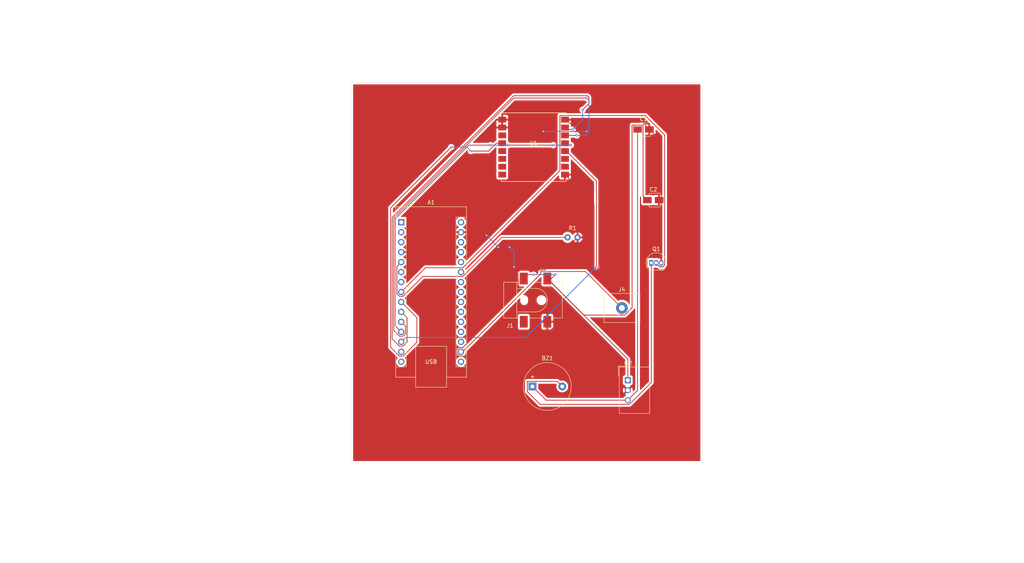
<source format=kicad_pcb>
(kicad_pcb (version 20241229) (generator "pcbnew") (generator_version "9.0")
  (layers (0 "F.Cu" signal) (2 "B.Cu" signal) (13 "F.Paste" user) (15 "B.Paste" user) (5 "F.SilkS" user "F.Silkscreen") (7 "B.SilkS" user "B.Silkscreen") (1 "F.Mask" user) (3 "B.Mask" user) (25 "Edge.Cuts" user))
  (net 0 "")
  (net 1 "GND")
  (net 3 "Net-(A1-D10)")
  (net 6 "Net-(A1-D6)")
  (net 14 "Net-(A1-D2)")
  (net 16 "Net-(A1-3V3)")
  (net 18 "Net-(A1-D9)")
  (net 19 "Net-(A1-D5)")
  (net 23 "Net-(A1-D7)")
  (net 29 "Net-(A1-D8)")
  (net 30 "Net-(BZ1-+)")
  (net 31 "Net-(BZ1--)")
  (net 32 "Net-(U2-IN)")
  (net 35 "VCC")
  (footprint "Converter_DCDC:Converter_DCDC_TRACO_TSR1-xxxxE_THT" (layer "F.Cu") (at 177 113.42)
    (property "Reference" "U2" (at 0.1 -4.35 0) (layer "F.SilkS"))
    (property "Value" "L7805")
    (fp_line (start -2.4 -3.61) (end 0.1 -3.61) (stroke (width 0.12)) (layer "F.SilkS"))
    (fp_line (start -2.4 -1.11) (end -2.4 -3.61) (stroke (width 0.12)) (layer "F.SilkS"))
    (fp_line (start -2.16 -3.37) (end -2.16 8.45) (stroke (width 0.12)) (layer "F.SilkS"))
    (fp_line (start -2.16 -3.37) (end 5.56 -3.37) (stroke (width 0.12)) (layer "F.SilkS"))
    (fp_line (start -2.16 8.45) (end 5.56 8.45) (stroke (width 0.12)) (layer "F.SilkS"))
    (fp_line (start 5.56 -3.37) (end 5.56 8.45) (stroke (width 0.12)) (layer "F.SilkS"))
    (pad "1" thru_hole rect (at 0 0) (size 1.5 1.5) (drill 1) (layers "*.Cu" "*.Mask") (net 32 "Net-(U2-IN)"))
    (pad "2" thru_hole circle (at 0 2.54) (size 1.5 1.5) (drill 1) (layers "*.Cu" "*.Mask") (net 1 "GND"))
    (pad "3" thru_hole circle (at 0 5.08) (size 1.5 1.5) (drill 1) (layers "*.Cu" "*.Mask") (net 30 "Net-(BZ1-+)"))
  )
  (footprint "Module:Arduino_Nano" (layer "F.Cu") (at 119.26 73.14)
    (property "Reference" "A1" (at 7.62 -5.08 0) (layer "F.SilkS"))
    (property "Value" "Arduino_Nano_Every")
    (fp_line (start -1.4 -3.94) (end -1.4 -1.27) (stroke (width 0.12)) (layer "F.SilkS"))
    (fp_line (start -1.4 1.27) (end -1.4 39.5) (stroke (width 0.12)) (layer "F.SilkS"))
    (fp_line (start -1.4 39.5) (end 3.68 39.5) (stroke (width 0.12)) (layer "F.SilkS"))
    (fp_line (start 1.27 -1.27) (end -1.4 -1.27) (stroke (width 0.12)) (layer "F.SilkS"))
    (fp_line (start 1.27 1.27) (end -1.4 1.27) (stroke (width 0.12)) (layer "F.SilkS"))
    (fp_line (start 1.27 1.27) (end 1.27 -1.27) (stroke (width 0.12)) (layer "F.SilkS"))
    (fp_line (start 1.27 1.27) (end 1.27 36.83) (stroke (width 0.12)) (layer "F.SilkS"))
    (fp_line (start 1.27 36.83) (end -1.4 36.83) (stroke (width 0.12)) (layer "F.SilkS"))
    (fp_line (start 3.68 31.62) (end 11.56 31.62) (stroke (width 0.12)) (layer "F.SilkS"))
    (fp_line (start 3.68 42.04) (end 3.68 31.62) (stroke (width 0.12)) (layer "F.SilkS"))
    (fp_line (start 11.56 31.62) (end 11.56 42.04) (stroke (width 0.12)) (layer "F.SilkS"))
    (fp_line (start 11.56 42.04) (end 3.68 42.04) (stroke (width 0.12)) (layer "F.SilkS"))
    (fp_line (start 13.97 -1.27) (end 13.97 36.83) (stroke (width 0.12)) (layer "F.SilkS"))
    (fp_line (start 13.97 -1.27) (end 16.64 -1.27) (stroke (width 0.12)) (layer "F.SilkS"))
    (fp_line (start 13.97 36.83) (end 16.64 36.83) (stroke (width 0.12)) (layer "F.SilkS"))
    (fp_line (start 16.64 -3.94) (end -1.4 -3.94) (stroke (width 0.12)) (layer "F.SilkS"))
    (fp_line (start 16.64 39.5) (end 11.56 39.5) (stroke (width 0.12)) (layer "F.SilkS"))
    (fp_line (start 16.64 39.5) (end 16.64 -3.94) (stroke (width 0.12)) (layer "F.SilkS"))
    (fp_text user "USB" (at 7.62 35.56 0) (layer "F.SilkS"))
    (pad "1" thru_hole rect (at 0 0) (size 1.6 1.6) (drill 1) (layers "*.Cu" "*.Mask"))
    (pad "2" thru_hole oval (at 0 2.54) (size 1.6 1.6) (drill 1) (layers "*.Cu" "*.Mask"))
    (pad "3" thru_hole oval (at 0 5.08) (size 1.6 1.6) (drill 1) (layers "*.Cu" "*.Mask"))
    (pad "4" thru_hole oval (at 0 7.62) (size 1.6 1.6) (drill 1) (layers "*.Cu" "*.Mask") (net 1 "GND"))
    (pad "5" thru_hole oval (at 0 10.16) (size 1.6 1.6) (drill 1) (layers "*.Cu" "*.Mask") (net 14 "Net-(A1-D2)"))
    (pad "6" thru_hole oval (at 0 12.7) (size 1.6 1.6) (drill 1) (layers "*.Cu" "*.Mask"))
    (pad "7" thru_hole oval (at 0 15.24) (size 1.6 1.6) (drill 1) (layers "*.Cu" "*.Mask"))
    (pad "8" thru_hole oval (at 0 17.78) (size 1.6 1.6) (drill 1) (layers "*.Cu" "*.Mask") (net 19 "Net-(A1-D5)"))
    (pad "9" thru_hole oval (at 0 20.32) (size 1.6 1.6) (drill 1) (layers "*.Cu" "*.Mask") (net 6 "Net-(A1-D6)"))
    (pad "10" thru_hole oval (at 0 22.86) (size 1.6 1.6) (drill 1) (layers "*.Cu" "*.Mask") (net 23 "Net-(A1-D7)"))
    (pad "11" thru_hole oval (at 0 25.4) (size 1.6 1.6) (drill 1) (layers "*.Cu" "*.Mask") (net 29 "Net-(A1-D8)"))
    (pad "12" thru_hole oval (at 0 27.94) (size 1.6 1.6) (drill 1) (layers "*.Cu" "*.Mask") (net 18 "Net-(A1-D9)"))
    (pad "13" thru_hole oval (at 0 30.48) (size 1.6 1.6) (drill 1) (layers "*.Cu" "*.Mask") (net 3 "Net-(A1-D10)"))
    (pad "14" thru_hole oval (at 0 33.02) (size 1.6 1.6) (drill 1) (layers "*.Cu" "*.Mask"))
    (pad "15" thru_hole oval (at 0 35.56) (size 1.6 1.6) (drill 1) (layers "*.Cu" "*.Mask"))
    (pad "16" thru_hole oval (at 15.24 35.56) (size 1.6 1.6) (drill 1) (layers "*.Cu" "*.Mask"))
    (pad "17" thru_hole oval (at 15.24 33.02) (size 1.6 1.6) (drill 1) (layers "*.Cu" "*.Mask") (net 16 "Net-(A1-3V3)"))
    (pad "18" thru_hole oval (at 15.24 30.48) (size 1.6 1.6) (drill 1) (layers "*.Cu" "*.Mask"))
    (pad "19" thru_hole oval (at 15.24 27.94) (size 1.6 1.6) (drill 1) (layers "*.Cu" "*.Mask"))
    (pad "20" thru_hole oval (at 15.24 25.4) (size 1.6 1.6) (drill 1) (layers "*.Cu" "*.Mask"))
    (pad "21" thru_hole oval (at 15.24 22.86) (size 1.6 1.6) (drill 1) (layers "*.Cu" "*.Mask"))
    (pad "22" thru_hole oval (at 15.24 20.32) (size 1.6 1.6) (drill 1) (layers "*.Cu" "*.Mask"))
    (pad "23" thru_hole oval (at 15.24 17.78) (size 1.6 1.6) (drill 1) (layers "*.Cu" "*.Mask"))
    (pad "24" thru_hole oval (at 15.24 15.24) (size 1.6 1.6) (drill 1) (layers "*.Cu" "*.Mask"))
    (pad "25" thru_hole oval (at 15.24 12.7) (size 1.6 1.6) (drill 1) (layers "*.Cu" "*.Mask"))
    (pad "26" thru_hole oval (at 15.24 10.16) (size 1.6 1.6) (drill 1) (layers "*.Cu" "*.Mask"))
    (pad "27" thru_hole oval (at 15.24 7.62) (size 1.6 1.6) (drill 1) (layers "*.Cu" "*.Mask"))
    (pad "28" thru_hole oval (at 15.24 5.08) (size 1.6 1.6) (drill 1) (layers "*.Cu" "*.Mask"))
    (pad "29" thru_hole oval (at 15.24 2.54) (size 1.6 1.6) (drill 1) (layers "*.Cu" "*.Mask") (net 1 "GND"))
    (pad "30" thru_hole oval (at 15.24 0) (size 1.6 1.6) (drill 1) (layers "*.Cu" "*.Mask"))
  )
  (footprint "Package_TO_SOT_THT:TO-92_Inline" (layer "F.Cu") (at 183 83.5)
    (property "Reference" "Q1" (at 1.27 -3.56 0) (layer "F.SilkS"))
    (property "Value" "BC547")
    (fp_line (start -0.53 1.85) (end 3.07 1.85) (stroke (width 0.12)) (layer "F.SilkS"))
    (fp_arc (start -0.568478 1.838478) (mid -1.132087 -0.994977) (end 1.27 -2.6) (stroke (width 0.12)) (layer "F.SilkS"))
    (fp_arc (start 1.27 -2.6) (mid 3.672087 -0.994977) (end 3.108478 1.838478) (stroke (width 0.12)) (layer "F.SilkS"))
    (pad "1" thru_hole rect (at 0 0) (size 1.05 1.5) (drill 0.75) (layers "*.Cu" "*.Mask") (net 31 "Net-(BZ1--)"))
    (pad "2" thru_hole oval (at 1.27 0) (size 1.05 1.5) (drill 0.75) (layers "*.Cu" "*.Mask") (net 19 "Net-(A1-D5)"))
    (pad "3" thru_hole oval (at 2.54 0) (size 1.05 1.5) (drill 0.75) (layers "*.Cu" "*.Mask") (net 1 "GND"))
  )
  (footprint "Capacitor_SMD:CP_Elec_3x5.3" (layer "F.Cu") (at 183.5 67.5)
    (property "Reference" "C2" (at 0 -2.7 0) (layer "F.SilkS"))
    (property "Value" "C")
    (fp_line (start -2.375 -1.435) (end -2 -1.435) (stroke (width 0.12)) (layer "F.SilkS"))
    (fp_line (start -2.1875 -1.6225) (end -2.1875 -1.2475) (stroke (width 0.12)) (layer "F.SilkS"))
    (fp_line (start -1.570563 -1.06) (end -0.870563 -1.76) (stroke (width 0.12)) (layer "F.SilkS"))
    (fp_line (start -1.570563 1.06) (end -0.870563 1.76) (stroke (width 0.12)) (layer "F.SilkS"))
    (fp_line (start -0.870563 -1.76) (end 1.76 -1.76) (stroke (width 0.12)) (layer "F.SilkS"))
    (fp_line (start -0.870563 1.76) (end 1.76 1.76) (stroke (width 0.12)) (layer "F.SilkS"))
    (fp_line (start 1.76 -1.76) (end 1.76 -1.06) (stroke (width 0.12)) (layer "F.SilkS"))
    (fp_line (start 1.76 1.76) (end 1.76 1.06) (stroke (width 0.12)) (layer "F.SilkS"))
    (pad "1" smd rect (at -1.5 0) (size 2.2 1.6) (layers "F.Cu" "F.Mask" "F.Paste") (net 32 "Net-(U2-IN)"))
    (pad "2" smd rect (at 1.5 0) (size 2.2 1.6) (layers "F.Cu" "F.Mask" "F.Paste") (net 1 "GND"))
  )
  (footprint "Resistor_THT:R_Axial_DIN0207_L6.3mm_D2.5mm_P2.54mm_Vertical" (layer "F.Cu") (at 161.655 77)
    (property "Reference" "R1" (at 1.27 -2.37 0) (layer "F.SilkS"))
    (property "Value" "R")
    (fp_line (start 1.37 0) (end 1.44 0) (stroke (width 0.12)) (layer "F.SilkS"))
    (fp_circle (center 0 0) (end 1.37 0) (stroke (width 0.12)) (fill no) (layer "F.SilkS"))
    (pad "1" thru_hole circle (at 0 0) (size 1.6 1.6) (drill 0.8) (layers "*.Cu" "*.Mask") (net 14 "Net-(A1-D2)"))
    (pad "2" thru_hole oval (at 2.54 0) (size 1.6 1.6) (drill 0.8) (layers "*.Cu" "*.Mask") (net 1 "GND"))
  )
  (footprint "Connector_BarrelJack:BarrelJack_CLIFF_FC681465S_SMT_Horizontal" (layer "F.Cu") (at 153.5 93)
    (property "Reference" "J1" (at -6.5 6.5 180) (layer "F.SilkS"))
    (property "Value" "Barrel_Jack")
    (fp_line (start -8.11 -4.56) (end -4.5 -4.56) (stroke (width 0.12)) (layer "F.SilkS"))
    (fp_line (start -8.11 4.56) (end -8.11 -4.56) (stroke (width 0.12)) (layer "F.SilkS"))
    (fp_line (start -8.11 4.56) (end -4.5 4.56) (stroke (width 0.12)) (layer "F.SilkS"))
    (fp_line (start -4.8 -3) (end 0 -3) (stroke (width 0.12)) (layer "F.SilkS"))
    (fp_line (start -4.8 3) (end 0 3) (stroke (width 0.12)) (layer "F.SilkS"))
    (fp_line (start -4.8 4.56) (end -4.8 -4.56) (stroke (width 0.12)) (layer "F.SilkS"))
    (fp_line (start -4.26 -7.26) (end -4.26 -5.36) (stroke (width 0.12)) (layer "F.SilkS"))
    (fp_line (start -2.92 -7.26) (end -4.26 -7.26) (stroke (width 0.12)) (layer "F.SilkS"))
    (fp_line (start -1.5 -4.56) (end 1.5 -4.56) (stroke (width 0.12)) (layer "F.SilkS"))
    (fp_line (start -1.5 4.56) (end 1.5 4.56) (stroke (width 0.12)) (layer "F.SilkS"))
    (fp_line (start 4.5 -4.56) (end 6.81 -4.56) (stroke (width 0.12)) (layer "F.SilkS"))
    (fp_line (start 4.5 4.56) (end 6.81 4.56) (stroke (width 0.12)) (layer "F.SilkS"))
    (fp_line (start 6.81 4.56) (end 6.81 -4.56) (stroke (width 0.12)) (layer "F.SilkS"))
    (fp_arc (start 0 -3) (mid 3 0) (end 0 3) (stroke (width 0.12)) (layer "F.SilkS"))
    (pad "" np_thru_hole oval (at -2.9 0 90) (size 2 1.5) (drill oval 2 1.5) (layers "*.Cu" "*.Mask"))
    (pad "" np_thru_hole circle (at 1.5 0 90) (size 2 2) (drill 2) (layers "*.Cu" "*.Mask"))
    (pad "1" smd rect (at -3 -5.5 90) (size 3 2) (layers "F.Cu" "F.Mask" "F.Paste") (net 32 "Net-(U2-IN)"))
    (pad "1" smd rect (at 3 -5.5 90) (size 3 2) (layers "F.Cu" "F.Mask" "F.Paste") (net 32 "Net-(U2-IN)"))
    (pad "2" smd rect (at 3 5.5 90) (size 3 2) (layers "F.Cu" "F.Mask" "F.Paste") (net 1 "GND"))
    (pad "3" smd rect (at -3 5.5 90) (size 3 2) (layers "F.Cu" "F.Mask" "F.Paste"))
  )
  (footprint "Capacitor_SMD:CP_Elec_3x5.3" (layer "F.Cu") (at 181 49.5)
    (property "Reference" "C1" (at 0 -2.7 0) (layer "F.SilkS"))
    (property "Value" "C")
    (fp_line (start -2.375 -1.435) (end -2 -1.435) (stroke (width 0.12)) (layer "F.SilkS"))
    (fp_line (start -2.1875 -1.6225) (end -2.1875 -1.2475) (stroke (width 0.12)) (layer "F.SilkS"))
    (fp_line (start -1.570563 -1.06) (end -0.870563 -1.76) (stroke (width 0.12)) (layer "F.SilkS"))
    (fp_line (start -1.570563 1.06) (end -0.870563 1.76) (stroke (width 0.12)) (layer "F.SilkS"))
    (fp_line (start -0.870563 -1.76) (end 1.76 -1.76) (stroke (width 0.12)) (layer "F.SilkS"))
    (fp_line (start -0.870563 1.76) (end 1.76 1.76) (stroke (width 0.12)) (layer "F.SilkS"))
    (fp_line (start 1.76 -1.76) (end 1.76 -1.06) (stroke (width 0.12)) (layer "F.SilkS"))
    (fp_line (start 1.76 1.76) (end 1.76 1.06) (stroke (width 0.12)) (layer "F.SilkS"))
    (pad "1" smd rect (at -1.5 0) (size 2.2 1.6) (layers "F.Cu" "F.Mask" "F.Paste") (net 30 "Net-(BZ1-+)"))
    (pad "2" smd rect (at 1.5 0) (size 2.2 1.6) (layers "F.Cu" "F.Mask" "F.Paste") (net 1 "GND"))
  )
  (footprint "TerminalBlock_MetzConnect:TerminalBlock_MetzConnect_360271_1x01_Horizontal_ScrewM3.0_Boxed" (layer "F.Cu") (at 175.5 95)
    (property "Reference" "J4" (at 0 -4.71 0) (layer "F.SilkS"))
    (property "Value" "Screw_Terminal_01x02")
    (fp_line (start -4.56 -3.71) (end -4.56 3.71) (stroke (width 0.12)) (layer "F.SilkS"))
    (fp_line (start -4.56 -3.71) (end 4.56 -3.71) (stroke (width 0.12)) (layer "F.SilkS"))
    (fp_line (start -4.56 3.71) (end 4.56 3.71) (stroke (width 0.12)) (layer "F.SilkS"))
    (fp_line (start -1.376 1.124) (end -1.563 1.311) (stroke (width 0.12)) (layer "F.SilkS"))
    (fp_line (start -1.168 1.419) (end -1.312 1.563) (stroke (width 0.12)) (layer "F.SilkS"))
    (fp_line (start 1.312 -1.563) (end 1.168 -1.419) (stroke (width 0.12)) (layer "F.SilkS"))
    (fp_line (start 1.563 -1.311) (end 1.376 -1.125) (stroke (width 0.12)) (layer "F.SilkS"))
    (fp_line (start 4.56 -3.71) (end 4.56 3.71) (stroke (width 0.12)) (layer "F.SilkS"))
    (fp_circle (center 0 0) (end 2.06 0) (stroke (width 0.12)) (fill no) (layer "F.SilkS"))
    (pad "1" thru_hole circle (at 0 0) (size 3 3) (drill 1.5) (layers "*.Cu" "*.Mask") (net 16 "Net-(A1-3V3)"))
  )
  (footprint "Buzzer_Beeper:Buzzer_12x9.5RM7.6" (layer "F.Cu") (at 152.7 115)
    (property "Reference" "BZ1" (at 3.8 -7.2 0) (layer "F.SilkS"))
    (property "Value" "Buzzer")
    (fp_circle (center 3.8 0) (end 9.9 0) (stroke (width 0.12)) (fill no) (layer "F.SilkS"))
    (fp_text user "+" (at -0.01 -2.54 0) (layer "F.SilkS"))
    (pad "1" thru_hole rect (at 0 0) (size 2 2) (drill 1) (layers "*.Cu" "*.Mask") (net 30 "Net-(BZ1-+)"))
    (pad "2" thru_hole circle (at 7.6 0) (size 2 2) (drill 1) (layers "*.Cu" "*.Mask") (net 31 "Net-(BZ1--)"))
  )
  (footprint "RF_Module:Ai-Thinker-Ra-01-LoRa" (layer "F.Cu") (at 153 54)
    (property "Reference" "U1" (at 0 -1 0) (layer "F.SilkS"))
    (property "Value" "Ai-Thinker-Ra-02")
    (fp_line (start -8.25 -8.75) (end 8.25 -8.75) (stroke (width 0.15)) (layer "F.SilkS"))
    (fp_line (start -8.25 -8) (end -8.25 -8.75) (stroke (width 0.15)) (layer "F.SilkS"))
    (fp_line (start -8.25 8) (end -8.25 8.75) (stroke (width 0.15)) (layer "F.SilkS"))
    (fp_line (start -8.25 8.75) (end 8.25 8.75) (stroke (width 0.15)) (layer "F.SilkS"))
    (fp_line (start 8.25 -8.75) (end 8.25 -8) (stroke (width 0.15)) (layer "F.SilkS"))
    (fp_line (start 8.25 8.75) (end 8.25 8) (stroke (width 0.15)) (layer "F.SilkS"))
    (fp_poly (pts (xy -8.55 -8) (xy -9.05 -8) (xy -8.55 -8.5) (xy -8.55 -8)) (stroke (width 0.12)) (fill yes) (layer "F.SilkS"))
    (pad "1" smd rect (at -8 -7) (size 2 1.5) (layers "F.Cu" "F.Mask" "F.Paste") (net 1 "GND"))
    (pad "2" smd rect (at -8 -5) (size 2 1.5) (layers "F.Cu" "F.Mask" "F.Paste") (net 1 "GND"))
    (pad "3" smd rect (at -8 -3) (size 2 1.5) (layers "F.Cu" "F.Mask" "F.Paste") (net 35 "VCC"))
    (pad "4" smd rect (at -8 -1) (size 2 1.5) (layers "F.Cu" "F.Mask" "F.Paste") (net 6 "Net-(A1-D6)"))
    (pad "5" smd rect (at -8 1) (size 2 1.5) (layers "F.Cu" "F.Mask" "F.Paste"))
    (pad "6" smd rect (at -8 3) (size 2 1.5) (layers "F.Cu" "F.Mask" "F.Paste"))
    (pad "7" smd rect (at -8 5) (size 2 1.5) (layers "F.Cu" "F.Mask" "F.Paste"))
    (pad "8" smd rect (at -8 7) (size 2 1.5) (layers "F.Cu" "F.Mask" "F.Paste"))
    (pad "9" smd rect (at 8 7) (size 2 1.5) (layers "F.Cu" "F.Mask" "F.Paste") (net 1 "GND"))
    (pad "10" smd rect (at 8 5) (size 2 1.5) (layers "F.Cu" "F.Mask" "F.Paste"))
    (pad "11" smd rect (at 8 3) (size 2 1.5) (layers "F.Cu" "F.Mask" "F.Paste"))
    (pad "12" smd rect (at 8 1) (size 2 1.5) (layers "F.Cu" "F.Mask" "F.Paste") (net 3 "Net-(A1-D10)"))
    (pad "13" smd rect (at 8 -1) (size 2 1.5) (layers "F.Cu" "F.Mask" "F.Paste") (net 18 "Net-(A1-D9)"))
    (pad "14" smd rect (at 8 -3) (size 2 1.5) (layers "F.Cu" "F.Mask" "F.Paste") (net 29 "Net-(A1-D8)"))
    (pad "15" smd rect (at 8 -5) (size 2 1.5) (layers "F.Cu" "F.Mask" "F.Paste") (net 23 "Net-(A1-D7)"))
    (pad "16" smd rect (at 8 -7) (size 2 1.5) (layers "F.Cu" "F.Mask" "F.Paste") (net 1 "GND"))
  )
  (gr_rect (start 106.5 37.5) (end 196 134.5) (stroke (width 0.05)) (fill no) (layer "Edge.Cuts"))
  (segment (start 149.199 90.81605) (end 134.95605 105.059) (width 0.2) (layer "F.Cu") (net 1))
  (segment (start 180.0691 47) (end 161 47) (width 0.2) (layer "F.Cu") (net 1))
  (segment (start 134.5 75.68) (end 129.42 80.76) (width 0.2) (layer "F.Cu") (net 1))
  (segment (start 129.42 80.76) (end 119.26 80.76) (width 0.2) (layer "F.Cu") (net 1))
  (segment (start 182.5 49.5) (end 182.5 49.4309) (width 0.2) (layer "F.Cu") (net 1))
  (segment (start 168.751057 85.101) (end 168.399 84.748943) (width 0.2) (layer "F.Cu") (net 1))
  (segment (start 159.54 98.5) (end 159.5 98.5) (width 0.2) (layer "F.Cu") (net 1))
  (segment (start 134.5 75.68) (end 140.18 75.68) (width 0.2) (layer "F.Cu") (net 1))
  (segment (start 155.897 85.298) (end 164.195 77) (width 0.2) (layer "F.Cu") (net 1))
  (segment (start 161 47) (end 161.352 47) (width 0.2) (layer "F.Cu") (net 1))
  (segment (start 159.5 98.5) (end 156.5 98.5) (width 0.2) (layer "F.Cu") (net 1))
  (segment (start 164.195 80.544943) (end 164.195 77) (width 0.2) (layer "F.Cu") (net 1))
  (segment (start 148 84.5) (end 149.199 85.699) (width 0.2) (layer "F.Cu") (net 1))
  (segment (start 150.739 107.261) (end 159.5 98.5) (width 0.2) (layer "F.Cu") (net 1))
  (segment (start 140.18 75.68) (end 141 76.5) (width 0.2) (layer "F.Cu") (net 1))
  (segment (start 168.399 84.748943) (end 164.195 80.544943) (width 0.2) (layer "F.Cu") (net 1))
  (segment (start 145 47) (end 145 49) (width 0.2) (layer "F.Cu") (net 1))
  (segment (start 169.601 55.249) (end 169.601 84.748943) (width 0.2) (layer "F.Cu") (net 1))
  (segment (start 182.5 49.5) (end 185.54 52.54) (width 0.2) (layer "F.Cu") (net 1))
  (segment (start 177 115.96) (end 159.54 98.5) (width 0.2) (layer "F.Cu") (net 1))
  (segment (start 133.399 105.70395) (end 133.399 106.61605) (width 0.2) (layer "F.Cu") (net 1))
  (segment (start 134.95605 105.059) (end 134.04395 105.059) (width 0.2) (layer "F.Cu") (net 1))
  (segment (start 169.601 84.748943) (end 169.248943 85.101) (width 0.2) (layer "F.Cu") (net 1))
  (segment (start 169.248943 85.101) (end 168.751057 85.101) (width 0.2) (layer "F.Cu") (net 1))
  (segment (start 163.5 47) (end 166.5 50) (width 0.2) (layer "F.Cu") (net 1))
  (segment (start 161.352 47) (end 169.601 55.249) (width 0.2) (layer "F.Cu") (net 1))
  (segment (start 149.199 85.699) (end 149.199 90.81605) (width 0.2) (layer "F.Cu") (net 1))
  (segment (start 155.5 50) (end 154.5 49) (width 0.2) (layer "F.Cu") (net 1))
  (segment (start 168.399 68.399) (end 161 61) (width 0.2) (layer "F.Cu") (net 1))
  (segment (start 134.04395 107.261) (end 150.739 107.261) (width 0.2) (layer "F.Cu") (net 1))
  (segment (start 149.6 85.298) (end 155.897 85.298) (width 0.2) (layer "F.Cu") (net 1))
  (segment (start 185.54 52.54) (end 185.54 83.5) (width 0.2) (layer "F.Cu") (net 1))
  (segment (start 154.5 49) (end 145 49) (width 0.2) (layer "F.Cu") (net 1))
  (segment (start 144 79.5) (end 146.849943 79.5) (width 0.2) (layer "F.Cu") (net 1))
  (segment (start 182.5 49.4309) (end 180.0691 47) (width 0.2) (layer "F.Cu") (net 1))
  (segment (start 149.199 85.699) (end 149.6 85.298) (width 0.2) (layer "F.Cu") (net 1))
  (segment (start 161 47) (end 163.5 47) (width 0.2) (layer "F.Cu") (net 1))
  (segment (start 134.04395 105.059) (end 133.399 105.70395) (width 0.2) (layer "F.Cu") (net 1))
  (segment (start 133.399 106.61605) (end 134.04395 107.261) (width 0.2) (layer "F.Cu") (net 1))
  (segment (start 168.399 84.748943) (end 168.399 68.399) (width 0.2) (layer "F.Cu") (net 1))
  (via (at 148 84.5) (size 0.6) (drill 0.3) (layers "F.Cu" "B.Cu") (net 1))
  (via (at 141 76.5) (size 0.6) (drill 0.3) (layers "F.Cu" "B.Cu") (net 1))
  (via (at 144 79.5) (size 0.6) (drill 0.3) (layers "F.Cu" "B.Cu") (net 1))
  (via (at 146.849943 79.5) (size 0.6) (drill 0.3) (layers "F.Cu" "B.Cu") (net 1))
  (via (at 155.5 50) (size 0.6) (drill 0.3) (layers "F.Cu" "B.Cu") (net 1))
  (via (at 166.5 50) (size 0.6) (drill 0.3) (layers "F.Cu" "B.Cu") (net 1))
  (segment (start 141 76.5) (end 144.075029 79.575029) (width 0.2) (layer "B.Cu") (net 1))
  (segment (start 166.5 50) (end 155.5 50) (width 0.2) (layer "B.Cu") (net 1))
  (segment (start 146.849943 79.5) (end 148 80.650057) (width 0.2) (layer "B.Cu") (net 1))
  (segment (start 155.5 50) (end 155.424971 49.924971) (width 0.2) (layer "B.Cu") (net 1))
  (segment (start 148 80.650057) (end 148 84.5) (width 0.2) (layer "B.Cu") (net 1))
  (segment (start 161 55) (end 161.352 55) (width 0.2) (layer "F.Cu") (net 3))
  (segment (start 161.352 55) (end 169 62.648) (width 0.2) (layer "F.Cu") (net 3))
  (segment (start 169 62.648) (end 169 84.5) (width 0.2) (layer "F.Cu") (net 3))
  (via (at 169 84.5) (size 0.6) (drill 0.3) (layers "F.Cu" "B.Cu") (net 3))
  (segment (start 169 84.5) (end 151 102.5) (width 0.2) (layer "B.Cu") (net 3))
  (segment (start 151 102.5) (end 120.38 102.5) (width 0.2) (layer "B.Cu") (net 3))
  (segment (start 120.38 102.5) (end 119.26 103.62) (width 0.2) (layer "B.Cu") (net 3))
  (segment (start 123.239 97.439) (end 123.239 103.73805) (width 0.2) (layer "F.Cu") (net 6))
  (segment (start 141.5 55) (end 143.5 53) (width 0.2) (layer "F.Cu") (net 6))
  (segment (start 116.555 105.01205) (end 116.555 69.445) (width 0.2) (layer "F.Cu") (net 6))
  (segment (start 119.71605 107.261) (end 118.80395 107.261) (width 0.2) (layer "F.Cu") (net 6))
  (segment (start 118.80395 107.261) (end 116.555 105.01205) (width 0.2) (layer "F.Cu") (net 6))
  (segment (start 137 55) (end 141.5 55) (width 0.2) (layer "F.Cu") (net 6))
  (segment (start 143.5 53) (end 145 53) (width 0.2) (layer "F.Cu") (net 6))
  (segment (start 123.239 103.73805) (end 119.71605 107.261) (width 0.2) (layer "F.Cu") (net 6))
  (segment (start 116.555 69.445) (end 132 54) (width 0.2) (layer "F.Cu") (net 6))
  (segment (start 119.26 93.46) (end 123.239 97.439) (width 0.2) (layer "F.Cu") (net 6))
  (via (at 137 55) (size 0.6) (drill 0.3) (layers "F.Cu" "B.Cu") (net 6))
  (via (at 132 54) (size 0.6) (drill 0.3) (layers "F.Cu" "B.Cu") (net 6))
  (segment (start 132 54) (end 136 54) (width 0.2) (layer "B.Cu") (net 6))
  (segment (start 136 54) (end 137.075029 55.075029) (width 0.2) (layer "B.Cu") (net 6))
  (segment (start 118.159 84.401) (end 119.26 83.3) (width 0.2) (layer "F.Cu") (net 14))
  (segment (start 161.975 77) (end 161.975 77.199999) (width 0.2) (layer "F.Cu") (net 14))
  (segment (start 134.95605 86.941) (end 124.79605 86.941) (width 0.2) (layer "F.Cu") (net 14))
  (segment (start 119.71605 92.021) (end 118.80395 92.021) (width 0.2) (layer "F.Cu") (net 14))
  (segment (start 124.79605 86.941) (end 119.71605 92.021) (width 0.2) (layer "F.Cu") (net 14))
  (segment (start 144.89705 77) (end 161.574 77) (width 0.2) (layer "F.Cu") (net 14))
  (segment (start 118.80395 92.021) (end 118.159 91.37605) (width 0.2) (layer "F.Cu") (net 14))
  (segment (start 144.89705 77) (end 134.95605 86.941) (width 0.2) (layer "F.Cu") (net 14))
  (segment (start 118.159 91.37605) (end 118.159 84.401) (width 0.2) (layer "F.Cu") (net 14))
  (segment (start 175.5 95) (end 166.199 85.699) (width 0.2) (layer "F.Cu") (net 16))
  (segment (start 154.801 86.301) (end 135.102 106) (width 0.2) (layer "F.Cu") (net 16))
  (segment (start 154.801 85.699) (end 154.801 86.301) (width 0.2) (layer "F.Cu") (net 16))
  (segment (start 166.199 85.699) (end 154.801 85.699) (width 0.2) (layer "F.Cu") (net 16))
  (segment (start 146.5 53.5) (end 158 53.5) (width 0.2) (layer "F.Cu") (net 18))
  (segment (start 117.758 72.242) (end 136.5 53.5) (width 0.2) (layer "F.Cu") (net 18))
  (segment (start 136.5 53.5) (end 142 53.5) (width 0.2) (layer "F.Cu") (net 18))
  (segment (start 117.758 99.578) (end 117.758 72.242) (width 0.2) (layer "F.Cu") (net 18))
  (segment (start 119.26 101.08) (end 117.758 99.578) (width 0.2) (layer "F.Cu") (net 18))
  (segment (start 161.5 53.5) (end 161 53) (width 0.2) (layer "F.Cu") (net 18))
  (segment (start 162.5 53.5) (end 161.5 53.5) (width 0.2) (layer "F.Cu") (net 18))
  (via (at 142 53.5) (size 0.6) (drill 0.3) (layers "F.Cu" "B.Cu") (net 18))
  (via (at 146.5 53.5) (size 0.6) (drill 0.3) (layers "F.Cu" "B.Cu") (net 18))
  (via (at 158 53.5) (size 0.6) (drill 0.3) (layers "F.Cu" "B.Cu") (net 18))
  (via (at 162.5 53.5) (size 0.6) (drill 0.3) (layers "F.Cu" "B.Cu") (net 18))
  (segment (start 142 53.5) (end 146.399 53.5) (width 0.2) (layer "B.Cu") (net 18))
  (segment (start 158 53.5) (end 162.5 53.5) (width 0.2) (layer "B.Cu") (net 18))
  (segment (start 134.95605 84.739) (end 125.441 84.739) (width 0.2) (layer "F.Cu") (net 19))
  (segment (start 181.451 45.949) (end 159.699 45.949) (width 0.2) (layer "F.Cu") (net 19))
  (segment (start 125.441 84.739) (end 119.26 90.92) (width 0.2) (layer "F.Cu") (net 19))
  (segment (start 185.19786 84.551) (end 185.88214 84.551) (width 0.2) (layer "F.Cu") (net 19))
  (segment (start 159.699 45.949) (end 159.699 59.99605) (width 0.2) (layer "F.Cu") (net 19))
  (segment (start 184.27 83.62314) (end 185.19786 84.551) (width 0.2) (layer "F.Cu") (net 19))
  (segment (start 186.401 84.03214) (end 186.401 50.899) (width 0.2) (layer "F.Cu") (net 19))
  (segment (start 185.88214 84.551) (end 186.401 84.03214) (width 0.2) (layer "F.Cu") (net 19))
  (segment (start 186.401 50.899) (end 181.451 45.949) (width 0.2) (layer "F.Cu") (net 19))
  (segment (start 159.699 59.99605) (end 134.95605 84.739) (width 0.2) (layer "F.Cu") (net 19))
  (segment (start 184.27 83.5) (end 184.27 83.62314) (width 0.2) (layer "F.Cu") (net 19))
  (segment (start 118.80395 104.721) (end 116.956 102.87305) (width 0.2) (layer "F.Cu") (net 23))
  (segment (start 119.71605 104.721) (end 118.80395 104.721) (width 0.2) (layer "F.Cu") (net 23))
  (segment (start 119.26 96) (end 120.762 97.502) (width 0.2) (layer "F.Cu") (net 23))
  (segment (start 163 49.5) (end 161.5 49.5) (width 0.2) (layer "F.Cu") (net 23))
  (segment (start 120.762 97.502) (end 120.762 103.67505) (width 0.2) (layer "F.Cu") (net 23))
  (segment (start 116.956 102.87305) (end 116.956 71.9098) (width 0.2) (layer "F.Cu") (net 23))
  (segment (start 167.101 42.899) (end 165.5 44.5) (width 0.2) (layer "F.Cu") (net 23))
  (segment (start 166.748943 40.899) (end 167.101 41.251057) (width 0.2) (layer "F.Cu") (net 23))
  (segment (start 120.762 103.67505) (end 119.71605 104.721) (width 0.2) (layer "F.Cu") (net 23))
  (segment (start 167.101 41.251057) (end 167.101 42.899) (width 0.2) (layer "F.Cu") (net 23))
  (segment (start 116.956 71.9098) (end 147.9668 40.899) (width 0.2) (layer "F.Cu") (net 23))
  (segment (start 161.5 49.5) (end 161 49) (width 0.2) (layer "F.Cu") (net 23))
  (segment (start 147.9668 40.899) (end 166.748943 40.899) (width 0.2) (layer "F.Cu") (net 23))
  (via (at 163 49.5) (size 0.6) (drill 0.3) (layers "F.Cu" "B.Cu") (net 23))
  (via (at 165.5 44.5) (size 0.6) (drill 0.3) (layers "F.Cu" "B.Cu") (net 23))
  (segment (start 165.5 44.5) (end 165.5 47) (width 0.2) (layer "B.Cu") (net 23))
  (segment (start 165.5 47) (end 164 48.5) (width 0.2) (layer "B.Cu") (net 23))
  (segment (start 164 48.5) (end 163 49.5) (width 0.2) (layer "B.Cu") (net 23))
  (segment (start 120.361 99.641) (end 120.361 101.53605) (width 0.2) (layer "F.Cu") (net 29))
  (segment (start 147.9329 41.5) (end 166.5 41.5) (width 0.2) (layer "F.Cu") (net 29))
  (segment (start 117.357 72.0759) (end 147.9329 41.5) (width 0.2) (layer "F.Cu") (net 29))
  (segment (start 164 51) (end 161 51) (width 0.2) (layer "F.Cu") (net 29))
  (segment (start 117.357 100.73405) (end 117.357 72.0759) (width 0.2) (layer "F.Cu") (net 29))
  (segment (start 119.26 98.54) (end 120.361 99.641) (width 0.2) (layer "F.Cu") (net 29))
  (segment (start 119.71605 102.181) (end 118.80395 102.181) (width 0.2) (layer "F.Cu") (net 29))
  (segment (start 118.80395 102.181) (end 117.357 100.73405) (width 0.2) (layer "F.Cu") (net 29))
  (segment (start 120.361 101.53605) (end 119.71605 102.181) (width 0.2) (layer "F.Cu") (net 29))
  (via (at 166.5 41.5) (size 0.6) (drill 0.3) (layers "F.Cu" "B.Cu") (net 29))
  (via (at 164 51) (size 0.6) (drill 0.3) (layers "F.Cu" "B.Cu") (net 29))
  (segment (start 167.101 50.248943) (end 166.349943 51) (width 0.2) (layer "B.Cu") (net 29))
  (segment (start 166.349943 51) (end 164 51) (width 0.2) (layer "B.Cu") (net 29))
  (segment (start 166.5 41.5) (end 167.101 42.101) (width 0.2) (layer "B.Cu") (net 29))
  (segment (start 167.101 42.101) (end 167.101 50.248943) (width 0.2) (layer "B.Cu") (net 29))
  (segment (start 179.5 49.5) (end 179.5 116) (width 0.2) (layer "F.Cu") (net 30))
  (segment (start 177 118.5) (end 156.2 118.5) (width 0.2) (layer "F.Cu") (net 30))
  (segment (start 179.5 116) (end 177 118.5) (width 0.2) (layer "F.Cu") (net 30))
  (segment (start 156.2 118.5) (end 152.7 115) (width 0.2) (layer "F.Cu") (net 30))
  (segment (start 177.435339 119.551) (end 154.649 119.551) (width 0.2) (layer "F.Cu") (net 31))
  (segment (start 183 113.986339) (end 177.435339 119.551) (width 0.2) (layer "F.Cu") (net 31))
  (segment (start 151.399 116.301) (end 151.399 113.699) (width 0.2) (layer "F.Cu") (net 31))
  (segment (start 158.999 113.699) (end 160.3 115) (width 0.2) (layer "F.Cu") (net 31))
  (segment (start 154.649 119.551) (end 151.399 116.301) (width 0.2) (layer "F.Cu") (net 31))
  (segment (start 183 83.5) (end 183 113.986339) (width 0.2) (layer "F.Cu") (net 31))
  (segment (start 151.399 113.699) (end 158.999 113.699) (width 0.2) (layer "F.Cu") (net 31))
  (segment (start 157.5 87.5) (end 156.5 87.5) (width 0.2) (layer "F.Cu") (net 32))
  (segment (start 152.5 86.5) (end 153 86.5) (width 0.2) (layer "F.Cu") (net 32))
  (segment (start 180.901 66.401) (end 180.901 48.399) (width 0.2) (layer "F.Cu") (net 32))
  (segment (start 165.801 96.801) (end 156.5 87.5) (width 0.2) (layer "F.Cu") (net 32))
  (segment (start 178.099 94.947999) (end 176.245999 96.801) (width 0.2) (layer "F.Cu") (net 32))
  (segment (start 150.5 87.5) (end 151.5 86.5) (width 0.2) (layer "F.Cu") (net 32))
  (segment (start 176.245999 96.801) (end 165.801 96.801) (width 0.2) (layer "F.Cu") (net 32))
  (segment (start 178.099 48.399) (end 178.099 94.947999) (width 0.2) (layer "F.Cu") (net 32))
  (segment (start 177 113.42) (end 177 108) (width 0.2) (layer "F.Cu") (net 32))
  (segment (start 177 108) (end 156.5 87.5) (width 0.2) (layer "F.Cu") (net 32))
  (segment (start 180.901 48.399) (end 178.099 48.399) (width 0.2) (layer "F.Cu") (net 32))
  (segment (start 151.5 86.5) (end 152.5 86.5) (width 0.2) (layer "F.Cu") (net 32))
  (segment (start 182 67.5) (end 180.901 66.401) (width 0.2) (layer "F.Cu") (net 32))
  (segment (start 158.5 86.5) (end 157.5 87.5) (width 0.2) (layer "F.Cu") (net 32))
  (via (at 158.5 86.5) (size 0.6) (drill 0.3) (layers "F.Cu" "B.Cu") (net 32))
  (via (at 153 86.5) (size 0.6) (drill 0.3) (layers "F.Cu" "B.Cu") (net 32))
  (segment (start 153 86.5) (end 158.5 86.5) (width 0.2) (layer "B.Cu") (net 32))
  (zone (net 1) (net_name "GND") (layer "F.Cu") (connect_pads (clearance 0.5)) (min_thickness 0.25) (fill yes (thermal_gap 0.5) (thermal_bridge_width 0.5))
    (polygon (pts (xy 276 16.5) (xy 278 160) (xy 17 156.5) (xy 17 16.5)))
  )
)
</source>
